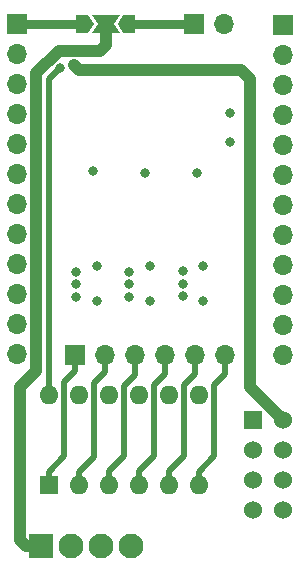
<source format=gbr>
G04 #@! TF.GenerationSoftware,KiCad,Pcbnew,(5.1.5)-3*
G04 #@! TF.CreationDate,2020-07-01T18:11:23-05:00*
G04 #@! TF.ProjectId,LightDriverShieldVer2,4c696768-7444-4726-9976-657253686965,rev?*
G04 #@! TF.SameCoordinates,Original*
G04 #@! TF.FileFunction,Copper,L4,Bot*
G04 #@! TF.FilePolarity,Positive*
%FSLAX46Y46*%
G04 Gerber Fmt 4.6, Leading zero omitted, Abs format (unit mm)*
G04 Created by KiCad (PCBNEW (5.1.5)-3) date 2020-07-01 18:11:23*
%MOMM*%
%LPD*%
G04 APERTURE LIST*
%ADD10C,0.100000*%
%ADD11O,1.700000X1.700000*%
%ADD12R,1.700000X1.700000*%
%ADD13C,1.524000*%
%ADD14R,1.524000X1.524000*%
%ADD15O,1.600000X1.600000*%
%ADD16R,1.600000X1.600000*%
%ADD17C,2.100000*%
%ADD18R,2.100000X2.100000*%
%ADD19C,0.800000*%
%ADD20C,0.500000*%
%ADD21C,0.750000*%
%ADD22C,1.000000*%
G04 APERTURE END LIST*
G04 #@! TA.AperFunction,SMDPad,CuDef*
D10*
G36*
X108500000Y-92000000D02*
G01*
X109000000Y-91250000D01*
X110000000Y-91250000D01*
X110000000Y-92750000D01*
X109000000Y-92750000D01*
X108500000Y-92000000D01*
G37*
G04 #@! TD.AperFunction*
G04 #@! TA.AperFunction,Conductor*
G36*
X108200000Y-92000000D02*
G01*
X108700000Y-92750000D01*
X106300000Y-92750000D01*
X106800000Y-92000000D01*
X106300000Y-91250000D01*
X108700000Y-91250000D01*
X108200000Y-92000000D01*
G37*
G04 #@! TD.AperFunction*
G04 #@! TA.AperFunction,SMDPad,CuDef*
G36*
X106500000Y-92000000D02*
G01*
X106000000Y-92750000D01*
X105000000Y-92750000D01*
X105000000Y-91250000D01*
X106000000Y-91250000D01*
X106500000Y-92000000D01*
G37*
G04 #@! TD.AperFunction*
D11*
X117500000Y-92000000D03*
D12*
X114960000Y-92000000D03*
D13*
X122540000Y-133120000D03*
X120000000Y-133120000D03*
X122540000Y-130580000D03*
X120000000Y-130580000D03*
X122540000Y-128040000D03*
X120000000Y-128040000D03*
X122540000Y-125500000D03*
D14*
X120000000Y-125500000D03*
D15*
X102700000Y-123380000D03*
X115400000Y-131000000D03*
X105240000Y-123380000D03*
X112860000Y-131000000D03*
X107780000Y-123380000D03*
X110320000Y-131000000D03*
X110320000Y-123380000D03*
X107780000Y-131000000D03*
X112860000Y-123380000D03*
X105240000Y-131000000D03*
X115400000Y-123380000D03*
D16*
X102700000Y-131000000D03*
D17*
X109670000Y-136200000D03*
X107130000Y-136200000D03*
X104590000Y-136200000D03*
D18*
X102050000Y-136200000D03*
D11*
X117620000Y-120000000D03*
X115080000Y-120000000D03*
X112540000Y-120000000D03*
X110000000Y-120000000D03*
X107460000Y-120000000D03*
D12*
X104920000Y-120000000D03*
D11*
X122500000Y-120000000D03*
X122500000Y-117460000D03*
X122500000Y-114920000D03*
X122500000Y-112380000D03*
X122500000Y-109840000D03*
X122500000Y-107300000D03*
X122500000Y-104760000D03*
X122500000Y-102220000D03*
X122500000Y-99680000D03*
X122500000Y-97140000D03*
X122500000Y-94600000D03*
D12*
X122500000Y-92060000D03*
D11*
X100000000Y-119940000D03*
X100000000Y-117400000D03*
X100000000Y-114860000D03*
X100000000Y-112320000D03*
X100000000Y-109780000D03*
X100000000Y-107240000D03*
X100000000Y-104700000D03*
X100000000Y-102160000D03*
X100000000Y-99620000D03*
X100000000Y-97080000D03*
X100000000Y-94540000D03*
D12*
X100000000Y-92000000D03*
D19*
X111250000Y-112500000D03*
X111250000Y-115500000D03*
X106750000Y-112500000D03*
X106750000Y-115500000D03*
X115750000Y-115500000D03*
X115750000Y-112500000D03*
X118000000Y-99500000D03*
X118000002Y-102000000D03*
X114000000Y-115050000D03*
X114000000Y-112900000D03*
X114000000Y-114000000D03*
X109500000Y-113000000D03*
X109500000Y-115100000D03*
X109500000Y-114050000D03*
X105000000Y-115100000D03*
X105000000Y-113000000D03*
X105000000Y-114050000D03*
X103650000Y-95700000D03*
X110850000Y-104615000D03*
X115250000Y-104615000D03*
X106450000Y-104450000D03*
X104849996Y-95500000D03*
D20*
X116700000Y-122600000D02*
X117620000Y-121680000D01*
X117620000Y-121680000D02*
X117620000Y-120000000D01*
X115400000Y-131000000D02*
X115400000Y-129900000D01*
X116700000Y-128600000D02*
X116700000Y-122600000D01*
X115400000Y-129900000D02*
X116700000Y-128600000D01*
X115080000Y-121620000D02*
X115080000Y-120000000D01*
X114110001Y-128618629D02*
X114110001Y-122589999D01*
X114110001Y-122589999D02*
X115080000Y-121620000D01*
X112860000Y-131000000D02*
X112860000Y-129868630D01*
X112860000Y-129868630D02*
X114110001Y-128618629D01*
X112540000Y-121610000D02*
X112540000Y-120000000D01*
X111609999Y-128578631D02*
X111609999Y-122540001D01*
X111609999Y-122540001D02*
X112540000Y-121610000D01*
X110320000Y-131000000D02*
X110320000Y-129868630D01*
X110320000Y-129868630D02*
X111609999Y-128578631D01*
X110000000Y-121700000D02*
X110000000Y-120000000D01*
X109030001Y-122669999D02*
X110000000Y-121700000D01*
X109030001Y-128618629D02*
X109030001Y-122669999D01*
X107780000Y-131000000D02*
X107780000Y-129868630D01*
X107780000Y-129868630D02*
X109030001Y-128618629D01*
X107460000Y-121490000D02*
X107460000Y-120000000D01*
X106529999Y-122420001D02*
X107460000Y-121490000D01*
X106529999Y-128670001D02*
X106529999Y-122420001D01*
X105240000Y-131000000D02*
X105240000Y-129960000D01*
X105240000Y-129960000D02*
X106529999Y-128670001D01*
X103989999Y-122280001D02*
X104920000Y-121350000D01*
X103989999Y-128610001D02*
X103989999Y-122280001D01*
X104920000Y-121350000D02*
X104920000Y-120000000D01*
X102700000Y-131000000D02*
X102700000Y-129900000D01*
X102700000Y-129900000D02*
X103989999Y-128610001D01*
D21*
X100000000Y-92000000D02*
X105500000Y-92000000D01*
X114960000Y-92000000D02*
X109500000Y-92000000D01*
D20*
X102700000Y-123380000D02*
X102700000Y-96650000D01*
X102700000Y-96650000D02*
X103650000Y-95700000D01*
D22*
X107500000Y-93750000D02*
X107500000Y-92000000D01*
X101600000Y-96150000D02*
X103500000Y-94250000D01*
X107000000Y-94250000D02*
X107500000Y-93750000D01*
X100750000Y-136200000D02*
X100250000Y-135700000D01*
X103500000Y-94250000D02*
X107000000Y-94250000D01*
X102050000Y-136200000D02*
X100750000Y-136200000D01*
X100250000Y-135700000D02*
X100250000Y-122750000D01*
X100250000Y-122750000D02*
X101600000Y-121400000D01*
X101600000Y-121400000D02*
X101600000Y-96150000D01*
X118949999Y-95899999D02*
X105249995Y-95899999D01*
X119750000Y-96700000D02*
X118949999Y-95899999D01*
X122540000Y-125500000D02*
X119750000Y-122710000D01*
X105249995Y-95899999D02*
X104849996Y-95500000D01*
X119750000Y-122710000D02*
X119750000Y-96700000D01*
M02*

</source>
